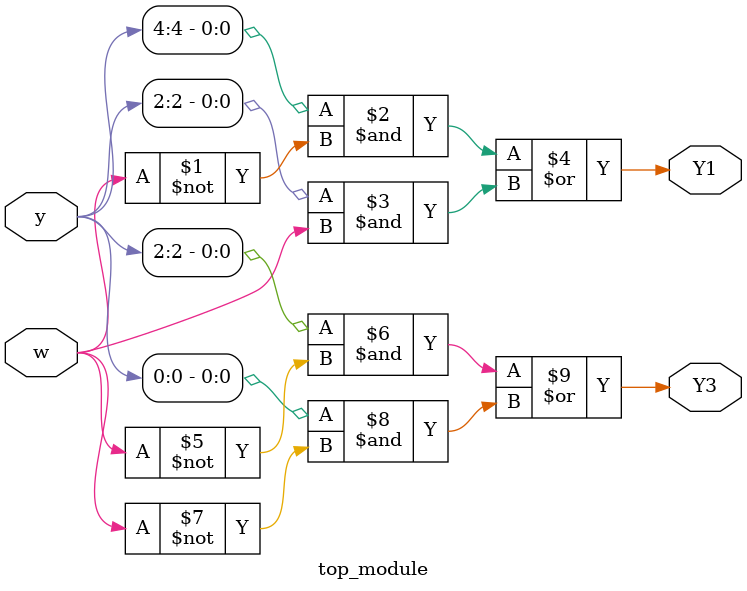
<source format=sv>
module top_module (
	input [5:0] y,
	input w,
	output Y1,
	output Y3
);
	
	// flip-flop Y1
	assign Y1 = (y[4] & ~w) | (y[2] & w);
	
	// flip-flop Y3
	assign Y3 = (y[2] & ~w) | (y[0] & ~w); // Modified y[1] to y[0]

endmodule

</source>
